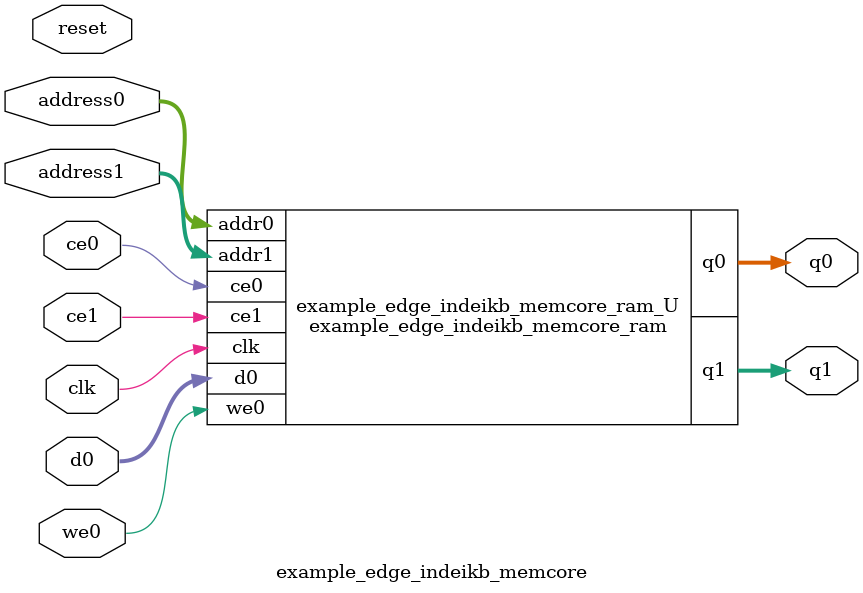
<source format=v>
`timescale 1 ns / 1 ps
module example_edge_indeikb_memcore_ram (addr0, ce0, d0, we0, q0, addr1, ce1, q1,  clk);

parameter DWIDTH = 14;
parameter AWIDTH = 6;
parameter MEM_SIZE = 60;

input[AWIDTH-1:0] addr0;
input ce0;
input[DWIDTH-1:0] d0;
input we0;
output reg[DWIDTH-1:0] q0;
input[AWIDTH-1:0] addr1;
input ce1;
output reg[DWIDTH-1:0] q1;
input clk;

(* ram_style = "distributed" *)reg [DWIDTH-1:0] ram[0:MEM_SIZE-1];




always @(posedge clk)  
begin 
    if (ce0) begin
        if (we0) 
            ram[addr0] <= d0; 
        q0 <= ram[addr0];
    end
end


always @(posedge clk)  
begin 
    if (ce1) begin
        q1 <= ram[addr1];
    end
end


endmodule

`timescale 1 ns / 1 ps
module example_edge_indeikb_memcore(
    reset,
    clk,
    address0,
    ce0,
    we0,
    d0,
    q0,
    address1,
    ce1,
    q1);

parameter DataWidth = 32'd14;
parameter AddressRange = 32'd60;
parameter AddressWidth = 32'd6;
input reset;
input clk;
input[AddressWidth - 1:0] address0;
input ce0;
input we0;
input[DataWidth - 1:0] d0;
output[DataWidth - 1:0] q0;
input[AddressWidth - 1:0] address1;
input ce1;
output[DataWidth - 1:0] q1;



example_edge_indeikb_memcore_ram example_edge_indeikb_memcore_ram_U(
    .clk( clk ),
    .addr0( address0 ),
    .ce0( ce0 ),
    .we0( we0 ),
    .d0( d0 ),
    .q0( q0 ),
    .addr1( address1 ),
    .ce1( ce1 ),
    .q1( q1 ));

endmodule


</source>
